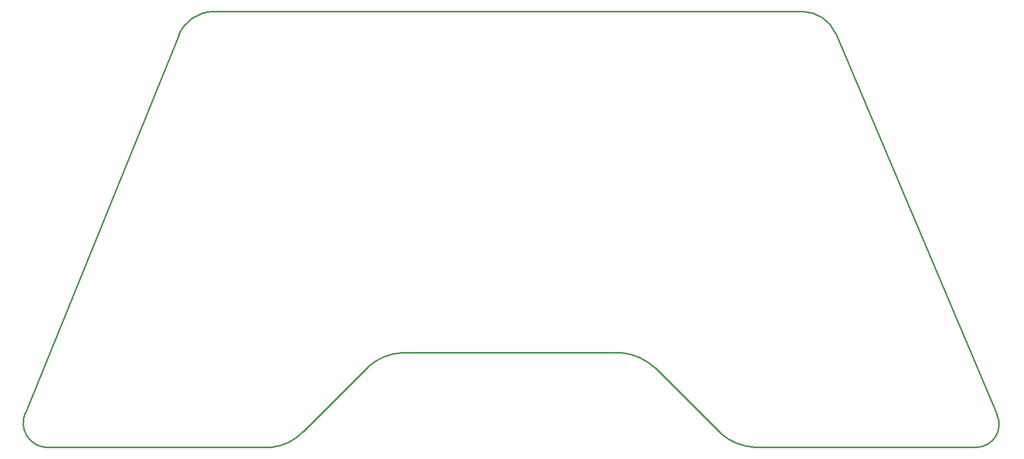
<source format=gbr>
%TF.GenerationSoftware,KiCad,Pcbnew,9.0.2*%
%TF.CreationDate,2025-06-02T23:35:36+05:30*%
%TF.ProjectId,RemoteV2,52656d6f-7465-4563-922e-6b696361645f,rev?*%
%TF.SameCoordinates,Original*%
%TF.FileFunction,Profile,NP*%
%FSLAX46Y46*%
G04 Gerber Fmt 4.6, Leading zero omitted, Abs format (unit mm)*
G04 Created by KiCad (PCBNEW 9.0.2) date 2025-06-02 23:35:36*
%MOMM*%
%LPD*%
G01*
G04 APERTURE LIST*
%TA.AperFunction,Profile*%
%ADD10C,0.254000*%
%TD*%
G04 APERTURE END LIST*
D10*
X158434000Y-131293000D02*
G75*
G02*
X164022022Y-133832977I-929400J-9461600D01*
G01*
X122620000Y-131293000D02*
X158434000Y-131293000D01*
X86044000Y-79223000D02*
X60898000Y-141199000D01*
X188152000Y-75413000D02*
G75*
G02*
X193486028Y-78968988I-95100J-5921200D01*
G01*
X106364000Y-144247000D02*
G75*
G02*
X101284003Y-146787031I-5969900J5589700D01*
G01*
X180278000Y-146787000D02*
X216092000Y-146787000D01*
X216092000Y-146787000D02*
X216600000Y-146787000D01*
X86044000Y-79223000D02*
G75*
G02*
X91632000Y-75413016I5743800J-2421400D01*
G01*
X106364000Y-144247000D02*
X117032000Y-133579000D01*
X117032000Y-133579000D02*
G75*
G02*
X122619999Y-131292989I6087200J-6907000D01*
G01*
X180278000Y-146787000D02*
G75*
G02*
X174690007Y-144500992I498300J9190800D01*
G01*
X64200000Y-146787000D02*
G75*
G02*
X60897954Y-141198980I396800J4004100D01*
G01*
X64200000Y-146787000D02*
X66232000Y-146787000D01*
X188152000Y-75413000D02*
X91632000Y-75413000D01*
X164022000Y-133833000D02*
X174690000Y-144501000D01*
X219902000Y-141453000D02*
G75*
G02*
X216599999Y-146786966I-3391700J-1589400D01*
G01*
X219902000Y-141453000D02*
X193486000Y-78969000D01*
X66232000Y-146787000D02*
X101284000Y-146787000D01*
M02*

</source>
